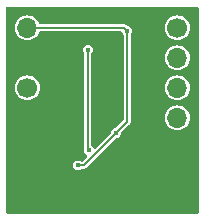
<source format=gbr>
%TF.GenerationSoftware,KiCad,Pcbnew,7.0.1*%
%TF.CreationDate,2023-04-17T09:12:49+12:00*%
%TF.ProjectId,ICM-20948-breakout,49434d2d-3230-4393-9438-2d627265616b,rev?*%
%TF.SameCoordinates,Original*%
%TF.FileFunction,Copper,L2,Bot*%
%TF.FilePolarity,Positive*%
%FSLAX46Y46*%
G04 Gerber Fmt 4.6, Leading zero omitted, Abs format (unit mm)*
G04 Created by KiCad (PCBNEW 7.0.1) date 2023-04-17 09:12:49*
%MOMM*%
%LPD*%
G01*
G04 APERTURE LIST*
%TA.AperFunction,ComponentPad*%
%ADD10C,1.700000*%
%TD*%
%TA.AperFunction,ComponentPad*%
%ADD11O,1.700000X1.700000*%
%TD*%
%TA.AperFunction,ViaPad*%
%ADD12C,0.450000*%
%TD*%
%TA.AperFunction,Conductor*%
%ADD13C,0.200000*%
%TD*%
G04 APERTURE END LIST*
D10*
%TO.P,J2,1,Pin_1*%
%TO.N,VIN*%
X143960000Y-77720000D03*
D11*
%TO.P,J2,2,Pin_2*%
%TO.N,GND*%
X143960000Y-75180000D03*
%TO.P,J2,3,Pin_3*%
%TO.N,+1V8*%
X143960000Y-72640000D03*
%TD*%
%TO.P,J1,4,Pin_4*%
%TO.N,/CS*%
X156660000Y-80260000D03*
%TO.P,J1,3,Pin_3*%
%TO.N,/SCL{slash}SCLK*%
X156660000Y-77720000D03*
%TO.P,J1,2,Pin_2*%
%TO.N,/SDA{slash}SDI*%
X156660000Y-75180000D03*
D10*
%TO.P,J1,1,Pin_1*%
%TO.N,/SDO{slash}AD0*%
X156660000Y-72640000D03*
%TD*%
D12*
%TO.N,GND*%
X150905000Y-78070000D03*
X149180000Y-71360000D03*
X146507500Y-82490000D03*
X149870000Y-78180000D03*
X144870000Y-85970000D03*
%TO.N,+1V8*%
X151470000Y-81540000D03*
X148232500Y-84290000D03*
%TO.N,Net-(U1-SDO{slash}AD0)*%
X149177431Y-83003141D03*
X149070000Y-74490000D03*
%TO.N,+1V8*%
X152405000Y-72900000D03*
%TD*%
D13*
%TO.N,+1V8*%
X151470000Y-81540000D02*
X152405000Y-80605000D01*
X152145000Y-72640000D02*
X143960000Y-72640000D01*
X152405000Y-72900000D02*
X152145000Y-72640000D01*
X152405000Y-80605000D02*
X152405000Y-72900000D01*
%TO.N,Net-(U1-SDO{slash}AD0)*%
X149070000Y-82895710D02*
X149070000Y-74490000D01*
X149177431Y-83003141D02*
X149070000Y-82895710D01*
%TO.N,+1V8*%
X151470000Y-81540000D02*
X148720000Y-84290000D01*
X148720000Y-84290000D02*
X148232500Y-84290000D01*
%TD*%
%TA.AperFunction,Conductor*%
%TO.N,GND*%
G36*
X158397500Y-70857113D02*
G01*
X158442887Y-70902500D01*
X158459500Y-70964500D01*
X158459500Y-88245500D01*
X158442887Y-88307500D01*
X158397500Y-88352887D01*
X158335500Y-88369500D01*
X142284500Y-88369500D01*
X142222500Y-88352887D01*
X142177113Y-88307500D01*
X142160500Y-88245500D01*
X142160500Y-77720000D01*
X142904417Y-77720000D01*
X142924699Y-77925932D01*
X142924700Y-77925934D01*
X142984768Y-78123954D01*
X143082315Y-78306450D01*
X143133608Y-78368952D01*
X143213589Y-78466410D01*
X143293570Y-78532047D01*
X143373550Y-78597685D01*
X143556046Y-78695232D01*
X143754066Y-78755300D01*
X143960000Y-78775583D01*
X144165934Y-78755300D01*
X144363954Y-78695232D01*
X144546450Y-78597685D01*
X144706410Y-78466410D01*
X144837685Y-78306450D01*
X144935232Y-78123954D01*
X144995300Y-77925934D01*
X145015583Y-77720000D01*
X144995300Y-77514066D01*
X144935232Y-77316046D01*
X144837685Y-77133550D01*
X144772047Y-77053570D01*
X144706410Y-76973589D01*
X144608952Y-76893609D01*
X144546450Y-76842315D01*
X144363954Y-76744768D01*
X144264943Y-76714733D01*
X144165932Y-76684699D01*
X143960000Y-76664417D01*
X143754067Y-76684699D01*
X143556043Y-76744769D01*
X143373551Y-76842314D01*
X143213589Y-76973589D01*
X143082314Y-77133551D01*
X142984769Y-77316043D01*
X142924699Y-77514067D01*
X142904417Y-77720000D01*
X142160500Y-77720000D01*
X142160500Y-72639999D01*
X142904417Y-72639999D01*
X142924699Y-72845932D01*
X142953386Y-72940500D01*
X142984768Y-73043954D01*
X143082315Y-73226450D01*
X143103785Y-73252611D01*
X143213589Y-73386410D01*
X143293569Y-73452047D01*
X143373550Y-73517685D01*
X143556046Y-73615232D01*
X143754066Y-73675300D01*
X143960000Y-73695583D01*
X144165934Y-73675300D01*
X144363954Y-73615232D01*
X144546450Y-73517685D01*
X144706410Y-73386410D01*
X144837685Y-73226450D01*
X144935232Y-73043954D01*
X144939918Y-73028503D01*
X144965352Y-72982740D01*
X145007404Y-72951553D01*
X145058579Y-72940500D01*
X151874705Y-72940500D01*
X151931002Y-72954016D01*
X151975025Y-72991618D01*
X151985212Y-73016214D01*
X151986365Y-73015627D01*
X152056471Y-73153220D01*
X152068181Y-73164930D01*
X152095061Y-73205158D01*
X152104500Y-73252611D01*
X152104500Y-80429167D01*
X152095061Y-80476620D01*
X152068181Y-80516848D01*
X151505419Y-81079608D01*
X151474033Y-81102412D01*
X151437137Y-81114400D01*
X151336875Y-81130280D01*
X151216778Y-81191472D01*
X151121472Y-81286778D01*
X151060280Y-81406875D01*
X151044400Y-81507137D01*
X151032412Y-81544033D01*
X151009608Y-81575419D01*
X149750991Y-82834036D01*
X149701628Y-82864286D01*
X149643911Y-82868828D01*
X149590424Y-82846673D01*
X149552825Y-82802649D01*
X149525958Y-82749919D01*
X149416764Y-82640725D01*
X149417846Y-82639642D01*
X149388773Y-82612768D01*
X149370500Y-82547977D01*
X149370500Y-74842611D01*
X149379939Y-74795158D01*
X149406819Y-74754930D01*
X149418527Y-74743221D01*
X149418528Y-74743220D01*
X149479719Y-74623126D01*
X149500804Y-74490000D01*
X149479719Y-74356874D01*
X149418528Y-74236780D01*
X149418527Y-74236778D01*
X149323221Y-74141472D01*
X149203124Y-74080280D01*
X149070000Y-74059195D01*
X148936875Y-74080280D01*
X148816778Y-74141472D01*
X148721472Y-74236778D01*
X148660280Y-74356875D01*
X148639195Y-74490000D01*
X148660280Y-74623124D01*
X148721472Y-74743221D01*
X148733181Y-74754930D01*
X148760061Y-74795158D01*
X148769500Y-74842611D01*
X148769500Y-82826466D01*
X148766755Y-82843288D01*
X148767344Y-82856019D01*
X148765949Y-82881138D01*
X148746626Y-83003140D01*
X148767711Y-83136265D01*
X148828903Y-83256362D01*
X148924209Y-83351668D01*
X148924211Y-83351669D01*
X148976939Y-83378535D01*
X149020963Y-83416134D01*
X149043118Y-83469621D01*
X149038576Y-83527338D01*
X149008326Y-83576701D01*
X148652319Y-83932708D01*
X148596732Y-83964802D01*
X148532544Y-83964802D01*
X148504210Y-83948442D01*
X148503219Y-83950388D01*
X148365624Y-83880280D01*
X148232500Y-83859195D01*
X148099375Y-83880280D01*
X147979278Y-83941472D01*
X147883972Y-84036778D01*
X147822780Y-84156875D01*
X147801695Y-84289999D01*
X147822780Y-84423124D01*
X147883972Y-84543221D01*
X147979278Y-84638527D01*
X147979280Y-84638528D01*
X148099374Y-84699719D01*
X148232500Y-84720804D01*
X148365626Y-84699719D01*
X148485720Y-84638528D01*
X148485720Y-84638527D01*
X148497430Y-84626819D01*
X148537658Y-84599939D01*
X148585111Y-84590500D01*
X148650757Y-84590500D01*
X148667577Y-84593243D01*
X148677762Y-84592772D01*
X148677765Y-84592773D01*
X148724080Y-84590631D01*
X148729805Y-84590500D01*
X148748824Y-84590500D01*
X148763318Y-84588817D01*
X148789992Y-84587585D01*
X148796330Y-84584786D01*
X148823633Y-84576332D01*
X148830433Y-84575061D01*
X148853143Y-84560998D01*
X148868325Y-84552996D01*
X148892765Y-84542206D01*
X148897659Y-84537311D01*
X148920063Y-84519564D01*
X148925952Y-84515919D01*
X148942053Y-84494595D01*
X148953313Y-84481656D01*
X151434581Y-82000388D01*
X151465965Y-81977587D01*
X151502860Y-81965599D01*
X151603126Y-81949719D01*
X151723220Y-81888528D01*
X151818528Y-81793220D01*
X151879719Y-81673126D01*
X151895599Y-81572860D01*
X151907587Y-81535965D01*
X151930388Y-81504581D01*
X152568518Y-80866451D01*
X152582353Y-80856498D01*
X152589225Y-80848959D01*
X152589228Y-80848958D01*
X152620488Y-80814666D01*
X152624379Y-80810590D01*
X152637174Y-80797797D01*
X152637178Y-80797790D01*
X152637868Y-80797101D01*
X152646922Y-80785671D01*
X152664915Y-80765934D01*
X152664914Y-80765934D01*
X152664916Y-80765933D01*
X152667417Y-80759474D01*
X152680748Y-80734186D01*
X152684656Y-80728481D01*
X152684655Y-80728481D01*
X152684657Y-80728480D01*
X152690775Y-80702467D01*
X152695845Y-80686093D01*
X152705500Y-80661173D01*
X152705500Y-80654248D01*
X152708794Y-80625858D01*
X152708819Y-80625749D01*
X152710379Y-80619119D01*
X152706689Y-80592667D01*
X152705500Y-80575536D01*
X152705500Y-80260000D01*
X155604417Y-80260000D01*
X155624699Y-80465932D01*
X155629127Y-80480529D01*
X155684768Y-80663954D01*
X155782315Y-80846450D01*
X155798732Y-80866454D01*
X155913589Y-81006410D01*
X155993569Y-81072047D01*
X156073550Y-81137685D01*
X156256046Y-81235232D01*
X156454066Y-81295300D01*
X156660000Y-81315583D01*
X156865934Y-81295300D01*
X157063954Y-81235232D01*
X157246450Y-81137685D01*
X157406410Y-81006410D01*
X157537685Y-80846450D01*
X157635232Y-80663954D01*
X157695300Y-80465934D01*
X157715583Y-80260000D01*
X157695300Y-80054066D01*
X157635232Y-79856046D01*
X157537685Y-79673550D01*
X157472047Y-79593570D01*
X157406410Y-79513589D01*
X157308952Y-79433608D01*
X157246450Y-79382315D01*
X157063954Y-79284768D01*
X156964944Y-79254734D01*
X156865932Y-79224699D01*
X156660000Y-79204417D01*
X156454067Y-79224699D01*
X156256043Y-79284769D01*
X156073551Y-79382314D01*
X155913589Y-79513589D01*
X155782314Y-79673551D01*
X155684769Y-79856043D01*
X155624699Y-80054067D01*
X155604417Y-80260000D01*
X152705500Y-80260000D01*
X152705500Y-77720000D01*
X155604417Y-77720000D01*
X155624699Y-77925932D01*
X155624700Y-77925934D01*
X155684768Y-78123954D01*
X155782315Y-78306450D01*
X155833608Y-78368952D01*
X155913589Y-78466410D01*
X155993570Y-78532047D01*
X156073550Y-78597685D01*
X156256046Y-78695232D01*
X156454066Y-78755300D01*
X156660000Y-78775583D01*
X156865934Y-78755300D01*
X157063954Y-78695232D01*
X157246450Y-78597685D01*
X157406410Y-78466410D01*
X157537685Y-78306450D01*
X157635232Y-78123954D01*
X157695300Y-77925934D01*
X157715583Y-77720000D01*
X157695300Y-77514066D01*
X157635232Y-77316046D01*
X157537685Y-77133550D01*
X157472047Y-77053570D01*
X157406410Y-76973589D01*
X157308952Y-76893609D01*
X157246450Y-76842315D01*
X157063954Y-76744768D01*
X156964943Y-76714733D01*
X156865932Y-76684699D01*
X156660000Y-76664417D01*
X156454067Y-76684699D01*
X156256043Y-76744769D01*
X156073551Y-76842314D01*
X155913589Y-76973589D01*
X155782314Y-77133551D01*
X155684769Y-77316043D01*
X155624699Y-77514067D01*
X155604417Y-77720000D01*
X152705500Y-77720000D01*
X152705500Y-75180000D01*
X155604417Y-75180000D01*
X155624699Y-75385932D01*
X155624700Y-75385934D01*
X155684768Y-75583954D01*
X155782315Y-75766450D01*
X155833609Y-75828952D01*
X155913589Y-75926410D01*
X155993570Y-75992047D01*
X156073550Y-76057685D01*
X156256046Y-76155232D01*
X156454066Y-76215300D01*
X156660000Y-76235583D01*
X156865934Y-76215300D01*
X157063954Y-76155232D01*
X157246450Y-76057685D01*
X157406410Y-75926410D01*
X157537685Y-75766450D01*
X157635232Y-75583954D01*
X157695300Y-75385934D01*
X157715583Y-75180000D01*
X157695300Y-74974066D01*
X157635232Y-74776046D01*
X157537685Y-74593550D01*
X157452704Y-74490000D01*
X157406410Y-74433589D01*
X157308952Y-74353609D01*
X157246450Y-74302315D01*
X157063954Y-74204768D01*
X156964944Y-74174734D01*
X156865932Y-74144699D01*
X156660000Y-74124417D01*
X156454067Y-74144699D01*
X156256043Y-74204769D01*
X156073551Y-74302314D01*
X155913589Y-74433589D01*
X155782314Y-74593551D01*
X155684769Y-74776043D01*
X155624699Y-74974067D01*
X155604417Y-75180000D01*
X152705500Y-75180000D01*
X152705500Y-73252611D01*
X152714939Y-73205158D01*
X152741819Y-73164930D01*
X152753527Y-73153221D01*
X152753528Y-73153220D01*
X152814719Y-73033126D01*
X152835804Y-72900000D01*
X152814719Y-72766874D01*
X152753528Y-72646780D01*
X152753527Y-72646778D01*
X152746748Y-72639999D01*
X155604417Y-72639999D01*
X155624699Y-72845932D01*
X155653386Y-72940500D01*
X155684768Y-73043954D01*
X155782315Y-73226450D01*
X155803785Y-73252611D01*
X155913589Y-73386410D01*
X155993569Y-73452047D01*
X156073550Y-73517685D01*
X156256046Y-73615232D01*
X156454066Y-73675300D01*
X156660000Y-73695583D01*
X156865934Y-73675300D01*
X157063954Y-73615232D01*
X157246450Y-73517685D01*
X157406410Y-73386410D01*
X157537685Y-73226450D01*
X157635232Y-73043954D01*
X157695300Y-72845934D01*
X157715583Y-72640000D01*
X157695300Y-72434066D01*
X157635232Y-72236046D01*
X157537685Y-72053550D01*
X157472047Y-71973569D01*
X157406410Y-71893589D01*
X157308952Y-71813608D01*
X157246450Y-71762315D01*
X157063954Y-71664768D01*
X156964943Y-71634733D01*
X156865932Y-71604699D01*
X156660000Y-71584417D01*
X156454067Y-71604699D01*
X156256043Y-71664769D01*
X156073551Y-71762314D01*
X155913589Y-71893589D01*
X155782314Y-72053551D01*
X155684769Y-72236043D01*
X155624699Y-72434067D01*
X155604417Y-72639999D01*
X152746748Y-72639999D01*
X152658221Y-72551472D01*
X152538124Y-72490280D01*
X152440096Y-72474754D01*
X152405766Y-72464037D01*
X152375956Y-72443918D01*
X152354683Y-72424525D01*
X152350540Y-72420569D01*
X152337110Y-72407139D01*
X152325678Y-72398083D01*
X152305934Y-72380084D01*
X152299468Y-72377579D01*
X152274192Y-72364256D01*
X152268481Y-72360344D01*
X152268480Y-72360343D01*
X152268478Y-72360342D01*
X152242484Y-72354228D01*
X152226087Y-72349151D01*
X152201173Y-72339500D01*
X152194249Y-72339500D01*
X152165859Y-72336206D01*
X152159119Y-72334621D01*
X152159118Y-72334621D01*
X152147757Y-72336206D01*
X152132666Y-72338311D01*
X152115535Y-72339500D01*
X145058579Y-72339500D01*
X145007404Y-72328447D01*
X144965352Y-72297260D01*
X144939919Y-72251497D01*
X144939677Y-72250701D01*
X144935232Y-72236046D01*
X144837685Y-72053550D01*
X144772047Y-71973569D01*
X144706410Y-71893589D01*
X144608952Y-71813608D01*
X144546450Y-71762315D01*
X144363954Y-71664768D01*
X144264943Y-71634733D01*
X144165932Y-71604699D01*
X143960000Y-71584417D01*
X143754067Y-71604699D01*
X143556043Y-71664769D01*
X143373551Y-71762314D01*
X143213589Y-71893589D01*
X143082314Y-72053551D01*
X142984769Y-72236043D01*
X142924699Y-72434067D01*
X142904417Y-72639999D01*
X142160500Y-72639999D01*
X142160500Y-70964500D01*
X142177113Y-70902500D01*
X142222500Y-70857113D01*
X142284500Y-70840500D01*
X158335500Y-70840500D01*
X158397500Y-70857113D01*
G37*
%TD.AperFunction*%
%TD*%
M02*

</source>
